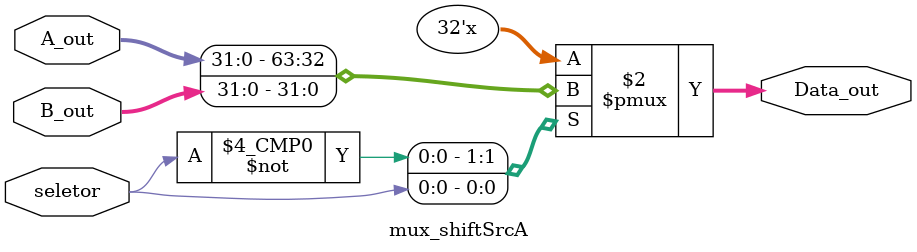
<source format=v>
module mux_shiftSrcA(
    input wire seletor,
    input wire [31:0] A_out,
    input wire [31:0] B_out,
    output reg [31:0] Data_out
);

always@(*)begin
    case (seletor)
		2'd0:Data_out = A_out;
		2'd1:Data_out = B_out;
	endcase
end
endmodule
</source>
